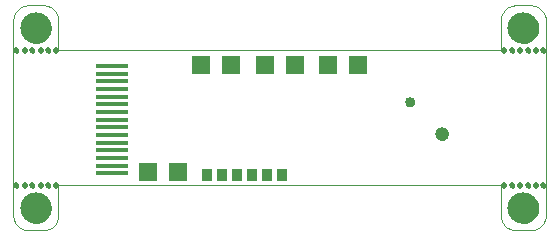
<source format=gbs>
G75*
%MOIN*%
%OFA0B0*%
%FSLAX24Y24*%
%IPPOS*%
%LPD*%
%AMOC8*
5,1,8,0,0,1.08239X$1,22.5*
%
%ADD10C,0.0000*%
%ADD11C,0.1040*%
%ADD12C,0.0190*%
%ADD13C,0.0335*%
%ADD14C,0.0453*%
%ADD15R,0.0640X0.0640*%
%ADD16R,0.1064X0.0178*%
%ADD17R,0.0360X0.0390*%
D10*
X004943Y002893D02*
X005443Y002893D01*
X005487Y002895D01*
X005530Y002901D01*
X005572Y002910D01*
X005614Y002923D01*
X005654Y002940D01*
X005693Y002960D01*
X005730Y002983D01*
X005764Y003010D01*
X005797Y003039D01*
X005826Y003072D01*
X005853Y003106D01*
X005876Y003143D01*
X005896Y003182D01*
X005913Y003222D01*
X005926Y003264D01*
X005935Y003306D01*
X005941Y003349D01*
X005943Y003393D01*
X005943Y004393D01*
X020693Y004393D01*
X020693Y003393D01*
X020695Y003349D01*
X020701Y003306D01*
X020710Y003264D01*
X020723Y003222D01*
X020740Y003182D01*
X020760Y003143D01*
X020783Y003106D01*
X020810Y003072D01*
X020839Y003039D01*
X020872Y003010D01*
X020906Y002983D01*
X020943Y002960D01*
X020982Y002940D01*
X021022Y002923D01*
X021064Y002910D01*
X021106Y002901D01*
X021149Y002895D01*
X021193Y002893D01*
X021693Y002893D01*
X021737Y002895D01*
X021780Y002901D01*
X021822Y002910D01*
X021864Y002923D01*
X021904Y002940D01*
X021943Y002960D01*
X021980Y002983D01*
X022014Y003010D01*
X022047Y003039D01*
X022076Y003072D01*
X022103Y003106D01*
X022126Y003143D01*
X022146Y003182D01*
X022163Y003222D01*
X022176Y003264D01*
X022185Y003306D01*
X022191Y003349D01*
X022193Y003393D01*
X022193Y009893D01*
X022191Y009937D01*
X022185Y009980D01*
X022176Y010022D01*
X022163Y010064D01*
X022146Y010104D01*
X022126Y010143D01*
X022103Y010180D01*
X022076Y010214D01*
X022047Y010247D01*
X022014Y010276D01*
X021980Y010303D01*
X021943Y010326D01*
X021904Y010346D01*
X021864Y010363D01*
X021822Y010376D01*
X021780Y010385D01*
X021737Y010391D01*
X021693Y010393D01*
X021193Y010393D01*
X021149Y010391D01*
X021106Y010385D01*
X021064Y010376D01*
X021022Y010363D01*
X020982Y010346D01*
X020943Y010326D01*
X020906Y010303D01*
X020872Y010276D01*
X020839Y010247D01*
X020810Y010214D01*
X020783Y010180D01*
X020760Y010143D01*
X020740Y010104D01*
X020723Y010064D01*
X020710Y010022D01*
X020701Y009980D01*
X020695Y009937D01*
X020693Y009893D01*
X020693Y008893D01*
X005943Y008893D01*
X005943Y009893D01*
X005941Y009937D01*
X005935Y009980D01*
X005926Y010022D01*
X005913Y010064D01*
X005896Y010104D01*
X005876Y010143D01*
X005853Y010180D01*
X005826Y010214D01*
X005797Y010247D01*
X005764Y010276D01*
X005730Y010303D01*
X005693Y010326D01*
X005654Y010346D01*
X005614Y010363D01*
X005572Y010376D01*
X005530Y010385D01*
X005487Y010391D01*
X005443Y010393D01*
X004943Y010393D01*
X004899Y010391D01*
X004856Y010385D01*
X004814Y010376D01*
X004772Y010363D01*
X004732Y010346D01*
X004693Y010326D01*
X004656Y010303D01*
X004622Y010276D01*
X004589Y010247D01*
X004560Y010214D01*
X004533Y010180D01*
X004510Y010143D01*
X004490Y010104D01*
X004473Y010064D01*
X004460Y010022D01*
X004451Y009980D01*
X004445Y009937D01*
X004443Y009893D01*
X004443Y003393D01*
X004445Y003349D01*
X004451Y003306D01*
X004460Y003264D01*
X004473Y003222D01*
X004490Y003182D01*
X004510Y003143D01*
X004533Y003106D01*
X004560Y003072D01*
X004589Y003039D01*
X004622Y003010D01*
X004656Y002983D01*
X004693Y002960D01*
X004732Y002940D01*
X004772Y002923D01*
X004814Y002910D01*
X004856Y002901D01*
X004899Y002895D01*
X004943Y002893D01*
X004693Y003643D02*
X004695Y003687D01*
X004701Y003731D01*
X004711Y003774D01*
X004724Y003816D01*
X004741Y003857D01*
X004762Y003896D01*
X004786Y003933D01*
X004813Y003968D01*
X004843Y004000D01*
X004876Y004030D01*
X004912Y004056D01*
X004949Y004080D01*
X004989Y004099D01*
X005030Y004116D01*
X005073Y004128D01*
X005116Y004137D01*
X005160Y004142D01*
X005204Y004143D01*
X005248Y004140D01*
X005292Y004133D01*
X005335Y004122D01*
X005377Y004108D01*
X005417Y004090D01*
X005456Y004068D01*
X005492Y004044D01*
X005526Y004016D01*
X005558Y003985D01*
X005587Y003951D01*
X005613Y003915D01*
X005635Y003877D01*
X005654Y003837D01*
X005669Y003795D01*
X005681Y003753D01*
X005689Y003709D01*
X005693Y003665D01*
X005693Y003621D01*
X005689Y003577D01*
X005681Y003533D01*
X005669Y003491D01*
X005654Y003449D01*
X005635Y003409D01*
X005613Y003371D01*
X005587Y003335D01*
X005558Y003301D01*
X005526Y003270D01*
X005492Y003242D01*
X005456Y003218D01*
X005417Y003196D01*
X005377Y003178D01*
X005335Y003164D01*
X005292Y003153D01*
X005248Y003146D01*
X005204Y003143D01*
X005160Y003144D01*
X005116Y003149D01*
X005073Y003158D01*
X005030Y003170D01*
X004989Y003187D01*
X004949Y003206D01*
X004912Y003230D01*
X004876Y003256D01*
X004843Y003286D01*
X004813Y003318D01*
X004786Y003353D01*
X004762Y003390D01*
X004741Y003429D01*
X004724Y003470D01*
X004711Y003512D01*
X004701Y003555D01*
X004695Y003599D01*
X004693Y003643D01*
X004743Y004393D02*
X004745Y004410D01*
X004750Y004426D01*
X004759Y004440D01*
X004771Y004452D01*
X004785Y004461D01*
X004801Y004466D01*
X004818Y004468D01*
X004835Y004466D01*
X004851Y004461D01*
X004865Y004452D01*
X004877Y004440D01*
X004886Y004426D01*
X004891Y004410D01*
X004893Y004393D01*
X004891Y004376D01*
X004886Y004360D01*
X004877Y004346D01*
X004865Y004334D01*
X004851Y004325D01*
X004835Y004320D01*
X004818Y004318D01*
X004801Y004320D01*
X004785Y004325D01*
X004771Y004334D01*
X004759Y004346D01*
X004750Y004360D01*
X004745Y004376D01*
X004743Y004393D01*
X004462Y004393D02*
X004464Y004410D01*
X004469Y004426D01*
X004478Y004440D01*
X004490Y004452D01*
X004504Y004461D01*
X004520Y004466D01*
X004537Y004468D01*
X004554Y004466D01*
X004570Y004461D01*
X004584Y004452D01*
X004596Y004440D01*
X004605Y004426D01*
X004610Y004410D01*
X004612Y004393D01*
X004610Y004376D01*
X004605Y004360D01*
X004596Y004346D01*
X004584Y004334D01*
X004570Y004325D01*
X004554Y004320D01*
X004537Y004318D01*
X004520Y004320D01*
X004504Y004325D01*
X004490Y004334D01*
X004478Y004346D01*
X004469Y004360D01*
X004464Y004376D01*
X004462Y004393D01*
X004993Y004393D02*
X004995Y004410D01*
X005000Y004426D01*
X005009Y004440D01*
X005021Y004452D01*
X005035Y004461D01*
X005051Y004466D01*
X005068Y004468D01*
X005085Y004466D01*
X005101Y004461D01*
X005115Y004452D01*
X005127Y004440D01*
X005136Y004426D01*
X005141Y004410D01*
X005143Y004393D01*
X005141Y004376D01*
X005136Y004360D01*
X005127Y004346D01*
X005115Y004334D01*
X005101Y004325D01*
X005085Y004320D01*
X005068Y004318D01*
X005051Y004320D01*
X005035Y004325D01*
X005021Y004334D01*
X005009Y004346D01*
X005000Y004360D01*
X004995Y004376D01*
X004993Y004393D01*
X005274Y004393D02*
X005276Y004410D01*
X005281Y004426D01*
X005290Y004440D01*
X005302Y004452D01*
X005316Y004461D01*
X005332Y004466D01*
X005349Y004468D01*
X005366Y004466D01*
X005382Y004461D01*
X005396Y004452D01*
X005408Y004440D01*
X005417Y004426D01*
X005422Y004410D01*
X005424Y004393D01*
X005422Y004376D01*
X005417Y004360D01*
X005408Y004346D01*
X005396Y004334D01*
X005382Y004325D01*
X005366Y004320D01*
X005349Y004318D01*
X005332Y004320D01*
X005316Y004325D01*
X005302Y004334D01*
X005290Y004346D01*
X005281Y004360D01*
X005276Y004376D01*
X005274Y004393D01*
X005524Y004393D02*
X005526Y004410D01*
X005531Y004426D01*
X005540Y004440D01*
X005552Y004452D01*
X005566Y004461D01*
X005582Y004466D01*
X005599Y004468D01*
X005616Y004466D01*
X005632Y004461D01*
X005646Y004452D01*
X005658Y004440D01*
X005667Y004426D01*
X005672Y004410D01*
X005674Y004393D01*
X005672Y004376D01*
X005667Y004360D01*
X005658Y004346D01*
X005646Y004334D01*
X005632Y004325D01*
X005616Y004320D01*
X005599Y004318D01*
X005582Y004320D01*
X005566Y004325D01*
X005552Y004334D01*
X005540Y004346D01*
X005531Y004360D01*
X005526Y004376D01*
X005524Y004393D01*
X005774Y004393D02*
X005776Y004410D01*
X005781Y004426D01*
X005790Y004440D01*
X005802Y004452D01*
X005816Y004461D01*
X005832Y004466D01*
X005849Y004468D01*
X005866Y004466D01*
X005882Y004461D01*
X005896Y004452D01*
X005908Y004440D01*
X005917Y004426D01*
X005922Y004410D01*
X005924Y004393D01*
X005922Y004376D01*
X005917Y004360D01*
X005908Y004346D01*
X005896Y004334D01*
X005882Y004325D01*
X005866Y004320D01*
X005849Y004318D01*
X005832Y004320D01*
X005816Y004325D01*
X005802Y004334D01*
X005790Y004346D01*
X005781Y004360D01*
X005776Y004376D01*
X005774Y004393D01*
X005774Y008893D02*
X005776Y008910D01*
X005781Y008926D01*
X005790Y008940D01*
X005802Y008952D01*
X005816Y008961D01*
X005832Y008966D01*
X005849Y008968D01*
X005866Y008966D01*
X005882Y008961D01*
X005896Y008952D01*
X005908Y008940D01*
X005917Y008926D01*
X005922Y008910D01*
X005924Y008893D01*
X005922Y008876D01*
X005917Y008860D01*
X005908Y008846D01*
X005896Y008834D01*
X005882Y008825D01*
X005866Y008820D01*
X005849Y008818D01*
X005832Y008820D01*
X005816Y008825D01*
X005802Y008834D01*
X005790Y008846D01*
X005781Y008860D01*
X005776Y008876D01*
X005774Y008893D01*
X005524Y008893D02*
X005526Y008910D01*
X005531Y008926D01*
X005540Y008940D01*
X005552Y008952D01*
X005566Y008961D01*
X005582Y008966D01*
X005599Y008968D01*
X005616Y008966D01*
X005632Y008961D01*
X005646Y008952D01*
X005658Y008940D01*
X005667Y008926D01*
X005672Y008910D01*
X005674Y008893D01*
X005672Y008876D01*
X005667Y008860D01*
X005658Y008846D01*
X005646Y008834D01*
X005632Y008825D01*
X005616Y008820D01*
X005599Y008818D01*
X005582Y008820D01*
X005566Y008825D01*
X005552Y008834D01*
X005540Y008846D01*
X005531Y008860D01*
X005526Y008876D01*
X005524Y008893D01*
X005274Y008893D02*
X005276Y008910D01*
X005281Y008926D01*
X005290Y008940D01*
X005302Y008952D01*
X005316Y008961D01*
X005332Y008966D01*
X005349Y008968D01*
X005366Y008966D01*
X005382Y008961D01*
X005396Y008952D01*
X005408Y008940D01*
X005417Y008926D01*
X005422Y008910D01*
X005424Y008893D01*
X005422Y008876D01*
X005417Y008860D01*
X005408Y008846D01*
X005396Y008834D01*
X005382Y008825D01*
X005366Y008820D01*
X005349Y008818D01*
X005332Y008820D01*
X005316Y008825D01*
X005302Y008834D01*
X005290Y008846D01*
X005281Y008860D01*
X005276Y008876D01*
X005274Y008893D01*
X004993Y008893D02*
X004995Y008910D01*
X005000Y008926D01*
X005009Y008940D01*
X005021Y008952D01*
X005035Y008961D01*
X005051Y008966D01*
X005068Y008968D01*
X005085Y008966D01*
X005101Y008961D01*
X005115Y008952D01*
X005127Y008940D01*
X005136Y008926D01*
X005141Y008910D01*
X005143Y008893D01*
X005141Y008876D01*
X005136Y008860D01*
X005127Y008846D01*
X005115Y008834D01*
X005101Y008825D01*
X005085Y008820D01*
X005068Y008818D01*
X005051Y008820D01*
X005035Y008825D01*
X005021Y008834D01*
X005009Y008846D01*
X005000Y008860D01*
X004995Y008876D01*
X004993Y008893D01*
X004743Y008893D02*
X004745Y008910D01*
X004750Y008926D01*
X004759Y008940D01*
X004771Y008952D01*
X004785Y008961D01*
X004801Y008966D01*
X004818Y008968D01*
X004835Y008966D01*
X004851Y008961D01*
X004865Y008952D01*
X004877Y008940D01*
X004886Y008926D01*
X004891Y008910D01*
X004893Y008893D01*
X004891Y008876D01*
X004886Y008860D01*
X004877Y008846D01*
X004865Y008834D01*
X004851Y008825D01*
X004835Y008820D01*
X004818Y008818D01*
X004801Y008820D01*
X004785Y008825D01*
X004771Y008834D01*
X004759Y008846D01*
X004750Y008860D01*
X004745Y008876D01*
X004743Y008893D01*
X004462Y008893D02*
X004464Y008910D01*
X004469Y008926D01*
X004478Y008940D01*
X004490Y008952D01*
X004504Y008961D01*
X004520Y008966D01*
X004537Y008968D01*
X004554Y008966D01*
X004570Y008961D01*
X004584Y008952D01*
X004596Y008940D01*
X004605Y008926D01*
X004610Y008910D01*
X004612Y008893D01*
X004610Y008876D01*
X004605Y008860D01*
X004596Y008846D01*
X004584Y008834D01*
X004570Y008825D01*
X004554Y008820D01*
X004537Y008818D01*
X004520Y008820D01*
X004504Y008825D01*
X004490Y008834D01*
X004478Y008846D01*
X004469Y008860D01*
X004464Y008876D01*
X004462Y008893D01*
X004693Y009643D02*
X004695Y009687D01*
X004701Y009731D01*
X004711Y009774D01*
X004724Y009816D01*
X004741Y009857D01*
X004762Y009896D01*
X004786Y009933D01*
X004813Y009968D01*
X004843Y010000D01*
X004876Y010030D01*
X004912Y010056D01*
X004949Y010080D01*
X004989Y010099D01*
X005030Y010116D01*
X005073Y010128D01*
X005116Y010137D01*
X005160Y010142D01*
X005204Y010143D01*
X005248Y010140D01*
X005292Y010133D01*
X005335Y010122D01*
X005377Y010108D01*
X005417Y010090D01*
X005456Y010068D01*
X005492Y010044D01*
X005526Y010016D01*
X005558Y009985D01*
X005587Y009951D01*
X005613Y009915D01*
X005635Y009877D01*
X005654Y009837D01*
X005669Y009795D01*
X005681Y009753D01*
X005689Y009709D01*
X005693Y009665D01*
X005693Y009621D01*
X005689Y009577D01*
X005681Y009533D01*
X005669Y009491D01*
X005654Y009449D01*
X005635Y009409D01*
X005613Y009371D01*
X005587Y009335D01*
X005558Y009301D01*
X005526Y009270D01*
X005492Y009242D01*
X005456Y009218D01*
X005417Y009196D01*
X005377Y009178D01*
X005335Y009164D01*
X005292Y009153D01*
X005248Y009146D01*
X005204Y009143D01*
X005160Y009144D01*
X005116Y009149D01*
X005073Y009158D01*
X005030Y009170D01*
X004989Y009187D01*
X004949Y009206D01*
X004912Y009230D01*
X004876Y009256D01*
X004843Y009286D01*
X004813Y009318D01*
X004786Y009353D01*
X004762Y009390D01*
X004741Y009429D01*
X004724Y009470D01*
X004711Y009512D01*
X004701Y009555D01*
X004695Y009599D01*
X004693Y009643D01*
X017516Y007172D02*
X017518Y007196D01*
X017524Y007219D01*
X017533Y007241D01*
X017546Y007261D01*
X017561Y007279D01*
X017580Y007294D01*
X017601Y007306D01*
X017623Y007314D01*
X017646Y007319D01*
X017670Y007320D01*
X017694Y007317D01*
X017716Y007310D01*
X017738Y007300D01*
X017758Y007287D01*
X017775Y007270D01*
X017789Y007251D01*
X017800Y007230D01*
X017808Y007207D01*
X017812Y007184D01*
X017812Y007160D01*
X017808Y007137D01*
X017800Y007114D01*
X017789Y007093D01*
X017775Y007074D01*
X017758Y007057D01*
X017738Y007044D01*
X017716Y007034D01*
X017694Y007027D01*
X017670Y007024D01*
X017646Y007025D01*
X017623Y007030D01*
X017601Y007038D01*
X017580Y007050D01*
X017561Y007065D01*
X017546Y007083D01*
X017533Y007103D01*
X017524Y007125D01*
X017518Y007148D01*
X017516Y007172D01*
X018515Y006114D02*
X018517Y006142D01*
X018523Y006170D01*
X018532Y006196D01*
X018545Y006222D01*
X018561Y006245D01*
X018581Y006265D01*
X018603Y006283D01*
X018627Y006298D01*
X018653Y006309D01*
X018680Y006317D01*
X018708Y006321D01*
X018736Y006321D01*
X018764Y006317D01*
X018791Y006309D01*
X018817Y006298D01*
X018841Y006283D01*
X018863Y006265D01*
X018883Y006245D01*
X018899Y006222D01*
X018912Y006196D01*
X018921Y006170D01*
X018927Y006142D01*
X018929Y006114D01*
X018927Y006086D01*
X018921Y006058D01*
X018912Y006032D01*
X018899Y006006D01*
X018883Y005983D01*
X018863Y005963D01*
X018841Y005945D01*
X018817Y005930D01*
X018791Y005919D01*
X018764Y005911D01*
X018736Y005907D01*
X018708Y005907D01*
X018680Y005911D01*
X018653Y005919D01*
X018627Y005930D01*
X018603Y005945D01*
X018581Y005963D01*
X018561Y005983D01*
X018545Y006006D01*
X018532Y006032D01*
X018523Y006058D01*
X018517Y006086D01*
X018515Y006114D01*
X020712Y004393D02*
X020714Y004410D01*
X020719Y004426D01*
X020728Y004440D01*
X020740Y004452D01*
X020754Y004461D01*
X020770Y004466D01*
X020787Y004468D01*
X020804Y004466D01*
X020820Y004461D01*
X020834Y004452D01*
X020846Y004440D01*
X020855Y004426D01*
X020860Y004410D01*
X020862Y004393D01*
X020860Y004376D01*
X020855Y004360D01*
X020846Y004346D01*
X020834Y004334D01*
X020820Y004325D01*
X020804Y004320D01*
X020787Y004318D01*
X020770Y004320D01*
X020754Y004325D01*
X020740Y004334D01*
X020728Y004346D01*
X020719Y004360D01*
X020714Y004376D01*
X020712Y004393D01*
X020993Y004393D02*
X020995Y004410D01*
X021000Y004426D01*
X021009Y004440D01*
X021021Y004452D01*
X021035Y004461D01*
X021051Y004466D01*
X021068Y004468D01*
X021085Y004466D01*
X021101Y004461D01*
X021115Y004452D01*
X021127Y004440D01*
X021136Y004426D01*
X021141Y004410D01*
X021143Y004393D01*
X021141Y004376D01*
X021136Y004360D01*
X021127Y004346D01*
X021115Y004334D01*
X021101Y004325D01*
X021085Y004320D01*
X021068Y004318D01*
X021051Y004320D01*
X021035Y004325D01*
X021021Y004334D01*
X021009Y004346D01*
X021000Y004360D01*
X020995Y004376D01*
X020993Y004393D01*
X021243Y004393D02*
X021245Y004410D01*
X021250Y004426D01*
X021259Y004440D01*
X021271Y004452D01*
X021285Y004461D01*
X021301Y004466D01*
X021318Y004468D01*
X021335Y004466D01*
X021351Y004461D01*
X021365Y004452D01*
X021377Y004440D01*
X021386Y004426D01*
X021391Y004410D01*
X021393Y004393D01*
X021391Y004376D01*
X021386Y004360D01*
X021377Y004346D01*
X021365Y004334D01*
X021351Y004325D01*
X021335Y004320D01*
X021318Y004318D01*
X021301Y004320D01*
X021285Y004325D01*
X021271Y004334D01*
X021259Y004346D01*
X021250Y004360D01*
X021245Y004376D01*
X021243Y004393D01*
X021524Y004393D02*
X021526Y004410D01*
X021531Y004426D01*
X021540Y004440D01*
X021552Y004452D01*
X021566Y004461D01*
X021582Y004466D01*
X021599Y004468D01*
X021616Y004466D01*
X021632Y004461D01*
X021646Y004452D01*
X021658Y004440D01*
X021667Y004426D01*
X021672Y004410D01*
X021674Y004393D01*
X021672Y004376D01*
X021667Y004360D01*
X021658Y004346D01*
X021646Y004334D01*
X021632Y004325D01*
X021616Y004320D01*
X021599Y004318D01*
X021582Y004320D01*
X021566Y004325D01*
X021552Y004334D01*
X021540Y004346D01*
X021531Y004360D01*
X021526Y004376D01*
X021524Y004393D01*
X021774Y004393D02*
X021776Y004410D01*
X021781Y004426D01*
X021790Y004440D01*
X021802Y004452D01*
X021816Y004461D01*
X021832Y004466D01*
X021849Y004468D01*
X021866Y004466D01*
X021882Y004461D01*
X021896Y004452D01*
X021908Y004440D01*
X021917Y004426D01*
X021922Y004410D01*
X021924Y004393D01*
X021922Y004376D01*
X021917Y004360D01*
X021908Y004346D01*
X021896Y004334D01*
X021882Y004325D01*
X021866Y004320D01*
X021849Y004318D01*
X021832Y004320D01*
X021816Y004325D01*
X021802Y004334D01*
X021790Y004346D01*
X021781Y004360D01*
X021776Y004376D01*
X021774Y004393D01*
X022024Y004393D02*
X022026Y004410D01*
X022031Y004426D01*
X022040Y004440D01*
X022052Y004452D01*
X022066Y004461D01*
X022082Y004466D01*
X022099Y004468D01*
X022116Y004466D01*
X022132Y004461D01*
X022146Y004452D01*
X022158Y004440D01*
X022167Y004426D01*
X022172Y004410D01*
X022174Y004393D01*
X022172Y004376D01*
X022167Y004360D01*
X022158Y004346D01*
X022146Y004334D01*
X022132Y004325D01*
X022116Y004320D01*
X022099Y004318D01*
X022082Y004320D01*
X022066Y004325D01*
X022052Y004334D01*
X022040Y004346D01*
X022031Y004360D01*
X022026Y004376D01*
X022024Y004393D01*
X020943Y003643D02*
X020945Y003687D01*
X020951Y003731D01*
X020961Y003774D01*
X020974Y003816D01*
X020991Y003857D01*
X021012Y003896D01*
X021036Y003933D01*
X021063Y003968D01*
X021093Y004000D01*
X021126Y004030D01*
X021162Y004056D01*
X021199Y004080D01*
X021239Y004099D01*
X021280Y004116D01*
X021323Y004128D01*
X021366Y004137D01*
X021410Y004142D01*
X021454Y004143D01*
X021498Y004140D01*
X021542Y004133D01*
X021585Y004122D01*
X021627Y004108D01*
X021667Y004090D01*
X021706Y004068D01*
X021742Y004044D01*
X021776Y004016D01*
X021808Y003985D01*
X021837Y003951D01*
X021863Y003915D01*
X021885Y003877D01*
X021904Y003837D01*
X021919Y003795D01*
X021931Y003753D01*
X021939Y003709D01*
X021943Y003665D01*
X021943Y003621D01*
X021939Y003577D01*
X021931Y003533D01*
X021919Y003491D01*
X021904Y003449D01*
X021885Y003409D01*
X021863Y003371D01*
X021837Y003335D01*
X021808Y003301D01*
X021776Y003270D01*
X021742Y003242D01*
X021706Y003218D01*
X021667Y003196D01*
X021627Y003178D01*
X021585Y003164D01*
X021542Y003153D01*
X021498Y003146D01*
X021454Y003143D01*
X021410Y003144D01*
X021366Y003149D01*
X021323Y003158D01*
X021280Y003170D01*
X021239Y003187D01*
X021199Y003206D01*
X021162Y003230D01*
X021126Y003256D01*
X021093Y003286D01*
X021063Y003318D01*
X021036Y003353D01*
X021012Y003390D01*
X020991Y003429D01*
X020974Y003470D01*
X020961Y003512D01*
X020951Y003555D01*
X020945Y003599D01*
X020943Y003643D01*
X020993Y008893D02*
X020995Y008910D01*
X021000Y008926D01*
X021009Y008940D01*
X021021Y008952D01*
X021035Y008961D01*
X021051Y008966D01*
X021068Y008968D01*
X021085Y008966D01*
X021101Y008961D01*
X021115Y008952D01*
X021127Y008940D01*
X021136Y008926D01*
X021141Y008910D01*
X021143Y008893D01*
X021141Y008876D01*
X021136Y008860D01*
X021127Y008846D01*
X021115Y008834D01*
X021101Y008825D01*
X021085Y008820D01*
X021068Y008818D01*
X021051Y008820D01*
X021035Y008825D01*
X021021Y008834D01*
X021009Y008846D01*
X021000Y008860D01*
X020995Y008876D01*
X020993Y008893D01*
X020712Y008893D02*
X020714Y008910D01*
X020719Y008926D01*
X020728Y008940D01*
X020740Y008952D01*
X020754Y008961D01*
X020770Y008966D01*
X020787Y008968D01*
X020804Y008966D01*
X020820Y008961D01*
X020834Y008952D01*
X020846Y008940D01*
X020855Y008926D01*
X020860Y008910D01*
X020862Y008893D01*
X020860Y008876D01*
X020855Y008860D01*
X020846Y008846D01*
X020834Y008834D01*
X020820Y008825D01*
X020804Y008820D01*
X020787Y008818D01*
X020770Y008820D01*
X020754Y008825D01*
X020740Y008834D01*
X020728Y008846D01*
X020719Y008860D01*
X020714Y008876D01*
X020712Y008893D01*
X021243Y008893D02*
X021245Y008910D01*
X021250Y008926D01*
X021259Y008940D01*
X021271Y008952D01*
X021285Y008961D01*
X021301Y008966D01*
X021318Y008968D01*
X021335Y008966D01*
X021351Y008961D01*
X021365Y008952D01*
X021377Y008940D01*
X021386Y008926D01*
X021391Y008910D01*
X021393Y008893D01*
X021391Y008876D01*
X021386Y008860D01*
X021377Y008846D01*
X021365Y008834D01*
X021351Y008825D01*
X021335Y008820D01*
X021318Y008818D01*
X021301Y008820D01*
X021285Y008825D01*
X021271Y008834D01*
X021259Y008846D01*
X021250Y008860D01*
X021245Y008876D01*
X021243Y008893D01*
X021524Y008893D02*
X021526Y008910D01*
X021531Y008926D01*
X021540Y008940D01*
X021552Y008952D01*
X021566Y008961D01*
X021582Y008966D01*
X021599Y008968D01*
X021616Y008966D01*
X021632Y008961D01*
X021646Y008952D01*
X021658Y008940D01*
X021667Y008926D01*
X021672Y008910D01*
X021674Y008893D01*
X021672Y008876D01*
X021667Y008860D01*
X021658Y008846D01*
X021646Y008834D01*
X021632Y008825D01*
X021616Y008820D01*
X021599Y008818D01*
X021582Y008820D01*
X021566Y008825D01*
X021552Y008834D01*
X021540Y008846D01*
X021531Y008860D01*
X021526Y008876D01*
X021524Y008893D01*
X021774Y008893D02*
X021776Y008910D01*
X021781Y008926D01*
X021790Y008940D01*
X021802Y008952D01*
X021816Y008961D01*
X021832Y008966D01*
X021849Y008968D01*
X021866Y008966D01*
X021882Y008961D01*
X021896Y008952D01*
X021908Y008940D01*
X021917Y008926D01*
X021922Y008910D01*
X021924Y008893D01*
X021922Y008876D01*
X021917Y008860D01*
X021908Y008846D01*
X021896Y008834D01*
X021882Y008825D01*
X021866Y008820D01*
X021849Y008818D01*
X021832Y008820D01*
X021816Y008825D01*
X021802Y008834D01*
X021790Y008846D01*
X021781Y008860D01*
X021776Y008876D01*
X021774Y008893D01*
X022024Y008893D02*
X022026Y008910D01*
X022031Y008926D01*
X022040Y008940D01*
X022052Y008952D01*
X022066Y008961D01*
X022082Y008966D01*
X022099Y008968D01*
X022116Y008966D01*
X022132Y008961D01*
X022146Y008952D01*
X022158Y008940D01*
X022167Y008926D01*
X022172Y008910D01*
X022174Y008893D01*
X022172Y008876D01*
X022167Y008860D01*
X022158Y008846D01*
X022146Y008834D01*
X022132Y008825D01*
X022116Y008820D01*
X022099Y008818D01*
X022082Y008820D01*
X022066Y008825D01*
X022052Y008834D01*
X022040Y008846D01*
X022031Y008860D01*
X022026Y008876D01*
X022024Y008893D01*
X020943Y009643D02*
X020945Y009687D01*
X020951Y009731D01*
X020961Y009774D01*
X020974Y009816D01*
X020991Y009857D01*
X021012Y009896D01*
X021036Y009933D01*
X021063Y009968D01*
X021093Y010000D01*
X021126Y010030D01*
X021162Y010056D01*
X021199Y010080D01*
X021239Y010099D01*
X021280Y010116D01*
X021323Y010128D01*
X021366Y010137D01*
X021410Y010142D01*
X021454Y010143D01*
X021498Y010140D01*
X021542Y010133D01*
X021585Y010122D01*
X021627Y010108D01*
X021667Y010090D01*
X021706Y010068D01*
X021742Y010044D01*
X021776Y010016D01*
X021808Y009985D01*
X021837Y009951D01*
X021863Y009915D01*
X021885Y009877D01*
X021904Y009837D01*
X021919Y009795D01*
X021931Y009753D01*
X021939Y009709D01*
X021943Y009665D01*
X021943Y009621D01*
X021939Y009577D01*
X021931Y009533D01*
X021919Y009491D01*
X021904Y009449D01*
X021885Y009409D01*
X021863Y009371D01*
X021837Y009335D01*
X021808Y009301D01*
X021776Y009270D01*
X021742Y009242D01*
X021706Y009218D01*
X021667Y009196D01*
X021627Y009178D01*
X021585Y009164D01*
X021542Y009153D01*
X021498Y009146D01*
X021454Y009143D01*
X021410Y009144D01*
X021366Y009149D01*
X021323Y009158D01*
X021280Y009170D01*
X021239Y009187D01*
X021199Y009206D01*
X021162Y009230D01*
X021126Y009256D01*
X021093Y009286D01*
X021063Y009318D01*
X021036Y009353D01*
X021012Y009390D01*
X020991Y009429D01*
X020974Y009470D01*
X020961Y009512D01*
X020951Y009555D01*
X020945Y009599D01*
X020943Y009643D01*
D11*
X021443Y009643D03*
X021443Y003643D03*
X005193Y003643D03*
X005193Y009643D03*
D12*
X005068Y008893D03*
X004818Y008893D03*
X004537Y008893D03*
X005349Y008893D03*
X005599Y008893D03*
X005849Y008893D03*
X005849Y004393D03*
X005599Y004393D03*
X005349Y004393D03*
X005068Y004393D03*
X004818Y004393D03*
X004537Y004393D03*
X020787Y004393D03*
X021068Y004393D03*
X021318Y004393D03*
X021599Y004393D03*
X021849Y004393D03*
X022099Y004393D03*
X022099Y008893D03*
X021849Y008893D03*
X021599Y008893D03*
X021318Y008893D03*
X021068Y008893D03*
X020787Y008893D03*
D13*
X017664Y007172D03*
D14*
X018722Y006114D03*
D15*
X015943Y008393D03*
X014943Y008393D03*
X013818Y008393D03*
X012818Y008393D03*
X011693Y008393D03*
X010693Y008393D03*
X009943Y004831D03*
X008943Y004831D03*
D16*
X007724Y004789D03*
X007724Y005045D03*
X007724Y005301D03*
X007724Y005557D03*
X007724Y005813D03*
X007724Y006069D03*
X007724Y006325D03*
X007724Y006581D03*
X007724Y006837D03*
X007724Y007093D03*
X007724Y007349D03*
X007724Y007604D03*
X007724Y007860D03*
X007724Y008116D03*
X007724Y008372D03*
D17*
X010912Y004737D03*
X011412Y004737D03*
X011912Y004737D03*
X012412Y004737D03*
X012912Y004737D03*
X013412Y004737D03*
M02*

</source>
